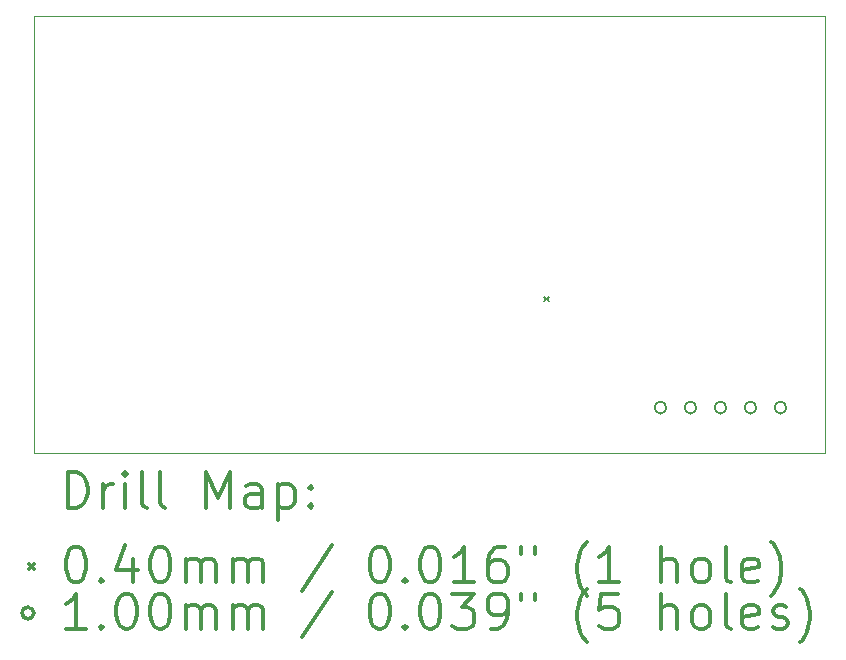
<source format=gbr>
%FSLAX45Y45*%
G04 Gerber Fmt 4.5, Leading zero omitted, Abs format (unit mm)*
G04 Created by KiCad (PCBNEW (5.1.5-0)) date 2022-06-07 15:44:30*
%MOMM*%
%LPD*%
G04 APERTURE LIST*
%TA.AperFunction,Profile*%
%ADD10C,0.050000*%
%TD*%
%ADD11C,0.200000*%
%ADD12C,0.300000*%
G04 APERTURE END LIST*
D10*
X7000000Y-10500000D02*
X7000000Y-6800000D01*
X13700000Y-10500000D02*
X7000000Y-10500000D01*
X13700000Y-6800000D02*
X13700000Y-10500000D01*
X7000000Y-6800000D02*
X13700000Y-6800000D01*
D11*
X11320000Y-9180000D02*
X11360000Y-9220000D01*
X11360000Y-9180000D02*
X11320000Y-9220000D01*
X12354000Y-10120000D02*
G75*
G03X12354000Y-10120000I-50000J0D01*
G01*
X12608000Y-10120000D02*
G75*
G03X12608000Y-10120000I-50000J0D01*
G01*
X12862000Y-10120000D02*
G75*
G03X12862000Y-10120000I-50000J0D01*
G01*
X13116000Y-10120000D02*
G75*
G03X13116000Y-10120000I-50000J0D01*
G01*
X13370000Y-10120000D02*
G75*
G03X13370000Y-10120000I-50000J0D01*
G01*
D12*
X7283928Y-10968214D02*
X7283928Y-10668214D01*
X7355357Y-10668214D01*
X7398214Y-10682500D01*
X7426786Y-10711072D01*
X7441071Y-10739643D01*
X7455357Y-10796786D01*
X7455357Y-10839643D01*
X7441071Y-10896786D01*
X7426786Y-10925357D01*
X7398214Y-10953929D01*
X7355357Y-10968214D01*
X7283928Y-10968214D01*
X7583928Y-10968214D02*
X7583928Y-10768214D01*
X7583928Y-10825357D02*
X7598214Y-10796786D01*
X7612500Y-10782500D01*
X7641071Y-10768214D01*
X7669643Y-10768214D01*
X7769643Y-10968214D02*
X7769643Y-10768214D01*
X7769643Y-10668214D02*
X7755357Y-10682500D01*
X7769643Y-10696786D01*
X7783928Y-10682500D01*
X7769643Y-10668214D01*
X7769643Y-10696786D01*
X7955357Y-10968214D02*
X7926786Y-10953929D01*
X7912500Y-10925357D01*
X7912500Y-10668214D01*
X8112500Y-10968214D02*
X8083928Y-10953929D01*
X8069643Y-10925357D01*
X8069643Y-10668214D01*
X8455357Y-10968214D02*
X8455357Y-10668214D01*
X8555357Y-10882500D01*
X8655357Y-10668214D01*
X8655357Y-10968214D01*
X8926786Y-10968214D02*
X8926786Y-10811072D01*
X8912500Y-10782500D01*
X8883928Y-10768214D01*
X8826786Y-10768214D01*
X8798214Y-10782500D01*
X8926786Y-10953929D02*
X8898214Y-10968214D01*
X8826786Y-10968214D01*
X8798214Y-10953929D01*
X8783928Y-10925357D01*
X8783928Y-10896786D01*
X8798214Y-10868214D01*
X8826786Y-10853929D01*
X8898214Y-10853929D01*
X8926786Y-10839643D01*
X9069643Y-10768214D02*
X9069643Y-11068214D01*
X9069643Y-10782500D02*
X9098214Y-10768214D01*
X9155357Y-10768214D01*
X9183928Y-10782500D01*
X9198214Y-10796786D01*
X9212500Y-10825357D01*
X9212500Y-10911072D01*
X9198214Y-10939643D01*
X9183928Y-10953929D01*
X9155357Y-10968214D01*
X9098214Y-10968214D01*
X9069643Y-10953929D01*
X9341071Y-10939643D02*
X9355357Y-10953929D01*
X9341071Y-10968214D01*
X9326786Y-10953929D01*
X9341071Y-10939643D01*
X9341071Y-10968214D01*
X9341071Y-10782500D02*
X9355357Y-10796786D01*
X9341071Y-10811072D01*
X9326786Y-10796786D01*
X9341071Y-10782500D01*
X9341071Y-10811072D01*
X6957500Y-11442500D02*
X6997500Y-11482500D01*
X6997500Y-11442500D02*
X6957500Y-11482500D01*
X7341071Y-11298214D02*
X7369643Y-11298214D01*
X7398214Y-11312500D01*
X7412500Y-11326786D01*
X7426786Y-11355357D01*
X7441071Y-11412500D01*
X7441071Y-11483929D01*
X7426786Y-11541071D01*
X7412500Y-11569643D01*
X7398214Y-11583929D01*
X7369643Y-11598214D01*
X7341071Y-11598214D01*
X7312500Y-11583929D01*
X7298214Y-11569643D01*
X7283928Y-11541071D01*
X7269643Y-11483929D01*
X7269643Y-11412500D01*
X7283928Y-11355357D01*
X7298214Y-11326786D01*
X7312500Y-11312500D01*
X7341071Y-11298214D01*
X7569643Y-11569643D02*
X7583928Y-11583929D01*
X7569643Y-11598214D01*
X7555357Y-11583929D01*
X7569643Y-11569643D01*
X7569643Y-11598214D01*
X7841071Y-11398214D02*
X7841071Y-11598214D01*
X7769643Y-11283929D02*
X7698214Y-11498214D01*
X7883928Y-11498214D01*
X8055357Y-11298214D02*
X8083928Y-11298214D01*
X8112500Y-11312500D01*
X8126786Y-11326786D01*
X8141071Y-11355357D01*
X8155357Y-11412500D01*
X8155357Y-11483929D01*
X8141071Y-11541071D01*
X8126786Y-11569643D01*
X8112500Y-11583929D01*
X8083928Y-11598214D01*
X8055357Y-11598214D01*
X8026786Y-11583929D01*
X8012500Y-11569643D01*
X7998214Y-11541071D01*
X7983928Y-11483929D01*
X7983928Y-11412500D01*
X7998214Y-11355357D01*
X8012500Y-11326786D01*
X8026786Y-11312500D01*
X8055357Y-11298214D01*
X8283928Y-11598214D02*
X8283928Y-11398214D01*
X8283928Y-11426786D02*
X8298214Y-11412500D01*
X8326786Y-11398214D01*
X8369643Y-11398214D01*
X8398214Y-11412500D01*
X8412500Y-11441071D01*
X8412500Y-11598214D01*
X8412500Y-11441071D02*
X8426786Y-11412500D01*
X8455357Y-11398214D01*
X8498214Y-11398214D01*
X8526786Y-11412500D01*
X8541071Y-11441071D01*
X8541071Y-11598214D01*
X8683928Y-11598214D02*
X8683928Y-11398214D01*
X8683928Y-11426786D02*
X8698214Y-11412500D01*
X8726786Y-11398214D01*
X8769643Y-11398214D01*
X8798214Y-11412500D01*
X8812500Y-11441071D01*
X8812500Y-11598214D01*
X8812500Y-11441071D02*
X8826786Y-11412500D01*
X8855357Y-11398214D01*
X8898214Y-11398214D01*
X8926786Y-11412500D01*
X8941071Y-11441071D01*
X8941071Y-11598214D01*
X9526786Y-11283929D02*
X9269643Y-11669643D01*
X9912500Y-11298214D02*
X9941071Y-11298214D01*
X9969643Y-11312500D01*
X9983928Y-11326786D01*
X9998214Y-11355357D01*
X10012500Y-11412500D01*
X10012500Y-11483929D01*
X9998214Y-11541071D01*
X9983928Y-11569643D01*
X9969643Y-11583929D01*
X9941071Y-11598214D01*
X9912500Y-11598214D01*
X9883928Y-11583929D01*
X9869643Y-11569643D01*
X9855357Y-11541071D01*
X9841071Y-11483929D01*
X9841071Y-11412500D01*
X9855357Y-11355357D01*
X9869643Y-11326786D01*
X9883928Y-11312500D01*
X9912500Y-11298214D01*
X10141071Y-11569643D02*
X10155357Y-11583929D01*
X10141071Y-11598214D01*
X10126786Y-11583929D01*
X10141071Y-11569643D01*
X10141071Y-11598214D01*
X10341071Y-11298214D02*
X10369643Y-11298214D01*
X10398214Y-11312500D01*
X10412500Y-11326786D01*
X10426786Y-11355357D01*
X10441071Y-11412500D01*
X10441071Y-11483929D01*
X10426786Y-11541071D01*
X10412500Y-11569643D01*
X10398214Y-11583929D01*
X10369643Y-11598214D01*
X10341071Y-11598214D01*
X10312500Y-11583929D01*
X10298214Y-11569643D01*
X10283928Y-11541071D01*
X10269643Y-11483929D01*
X10269643Y-11412500D01*
X10283928Y-11355357D01*
X10298214Y-11326786D01*
X10312500Y-11312500D01*
X10341071Y-11298214D01*
X10726786Y-11598214D02*
X10555357Y-11598214D01*
X10641071Y-11598214D02*
X10641071Y-11298214D01*
X10612500Y-11341071D01*
X10583928Y-11369643D01*
X10555357Y-11383929D01*
X10983928Y-11298214D02*
X10926786Y-11298214D01*
X10898214Y-11312500D01*
X10883928Y-11326786D01*
X10855357Y-11369643D01*
X10841071Y-11426786D01*
X10841071Y-11541071D01*
X10855357Y-11569643D01*
X10869643Y-11583929D01*
X10898214Y-11598214D01*
X10955357Y-11598214D01*
X10983928Y-11583929D01*
X10998214Y-11569643D01*
X11012500Y-11541071D01*
X11012500Y-11469643D01*
X10998214Y-11441071D01*
X10983928Y-11426786D01*
X10955357Y-11412500D01*
X10898214Y-11412500D01*
X10869643Y-11426786D01*
X10855357Y-11441071D01*
X10841071Y-11469643D01*
X11126786Y-11298214D02*
X11126786Y-11355357D01*
X11241071Y-11298214D02*
X11241071Y-11355357D01*
X11683928Y-11712500D02*
X11669643Y-11698214D01*
X11641071Y-11655357D01*
X11626786Y-11626786D01*
X11612500Y-11583929D01*
X11598214Y-11512500D01*
X11598214Y-11455357D01*
X11612500Y-11383929D01*
X11626786Y-11341071D01*
X11641071Y-11312500D01*
X11669643Y-11269643D01*
X11683928Y-11255357D01*
X11955357Y-11598214D02*
X11783928Y-11598214D01*
X11869643Y-11598214D02*
X11869643Y-11298214D01*
X11841071Y-11341071D01*
X11812500Y-11369643D01*
X11783928Y-11383929D01*
X12312500Y-11598214D02*
X12312500Y-11298214D01*
X12441071Y-11598214D02*
X12441071Y-11441071D01*
X12426786Y-11412500D01*
X12398214Y-11398214D01*
X12355357Y-11398214D01*
X12326786Y-11412500D01*
X12312500Y-11426786D01*
X12626786Y-11598214D02*
X12598214Y-11583929D01*
X12583928Y-11569643D01*
X12569643Y-11541071D01*
X12569643Y-11455357D01*
X12583928Y-11426786D01*
X12598214Y-11412500D01*
X12626786Y-11398214D01*
X12669643Y-11398214D01*
X12698214Y-11412500D01*
X12712500Y-11426786D01*
X12726786Y-11455357D01*
X12726786Y-11541071D01*
X12712500Y-11569643D01*
X12698214Y-11583929D01*
X12669643Y-11598214D01*
X12626786Y-11598214D01*
X12898214Y-11598214D02*
X12869643Y-11583929D01*
X12855357Y-11555357D01*
X12855357Y-11298214D01*
X13126786Y-11583929D02*
X13098214Y-11598214D01*
X13041071Y-11598214D01*
X13012500Y-11583929D01*
X12998214Y-11555357D01*
X12998214Y-11441071D01*
X13012500Y-11412500D01*
X13041071Y-11398214D01*
X13098214Y-11398214D01*
X13126786Y-11412500D01*
X13141071Y-11441071D01*
X13141071Y-11469643D01*
X12998214Y-11498214D01*
X13241071Y-11712500D02*
X13255357Y-11698214D01*
X13283928Y-11655357D01*
X13298214Y-11626786D01*
X13312500Y-11583929D01*
X13326786Y-11512500D01*
X13326786Y-11455357D01*
X13312500Y-11383929D01*
X13298214Y-11341071D01*
X13283928Y-11312500D01*
X13255357Y-11269643D01*
X13241071Y-11255357D01*
X6997500Y-11858500D02*
G75*
G03X6997500Y-11858500I-50000J0D01*
G01*
X7441071Y-11994214D02*
X7269643Y-11994214D01*
X7355357Y-11994214D02*
X7355357Y-11694214D01*
X7326786Y-11737071D01*
X7298214Y-11765643D01*
X7269643Y-11779929D01*
X7569643Y-11965643D02*
X7583928Y-11979929D01*
X7569643Y-11994214D01*
X7555357Y-11979929D01*
X7569643Y-11965643D01*
X7569643Y-11994214D01*
X7769643Y-11694214D02*
X7798214Y-11694214D01*
X7826786Y-11708500D01*
X7841071Y-11722786D01*
X7855357Y-11751357D01*
X7869643Y-11808500D01*
X7869643Y-11879929D01*
X7855357Y-11937071D01*
X7841071Y-11965643D01*
X7826786Y-11979929D01*
X7798214Y-11994214D01*
X7769643Y-11994214D01*
X7741071Y-11979929D01*
X7726786Y-11965643D01*
X7712500Y-11937071D01*
X7698214Y-11879929D01*
X7698214Y-11808500D01*
X7712500Y-11751357D01*
X7726786Y-11722786D01*
X7741071Y-11708500D01*
X7769643Y-11694214D01*
X8055357Y-11694214D02*
X8083928Y-11694214D01*
X8112500Y-11708500D01*
X8126786Y-11722786D01*
X8141071Y-11751357D01*
X8155357Y-11808500D01*
X8155357Y-11879929D01*
X8141071Y-11937071D01*
X8126786Y-11965643D01*
X8112500Y-11979929D01*
X8083928Y-11994214D01*
X8055357Y-11994214D01*
X8026786Y-11979929D01*
X8012500Y-11965643D01*
X7998214Y-11937071D01*
X7983928Y-11879929D01*
X7983928Y-11808500D01*
X7998214Y-11751357D01*
X8012500Y-11722786D01*
X8026786Y-11708500D01*
X8055357Y-11694214D01*
X8283928Y-11994214D02*
X8283928Y-11794214D01*
X8283928Y-11822786D02*
X8298214Y-11808500D01*
X8326786Y-11794214D01*
X8369643Y-11794214D01*
X8398214Y-11808500D01*
X8412500Y-11837071D01*
X8412500Y-11994214D01*
X8412500Y-11837071D02*
X8426786Y-11808500D01*
X8455357Y-11794214D01*
X8498214Y-11794214D01*
X8526786Y-11808500D01*
X8541071Y-11837071D01*
X8541071Y-11994214D01*
X8683928Y-11994214D02*
X8683928Y-11794214D01*
X8683928Y-11822786D02*
X8698214Y-11808500D01*
X8726786Y-11794214D01*
X8769643Y-11794214D01*
X8798214Y-11808500D01*
X8812500Y-11837071D01*
X8812500Y-11994214D01*
X8812500Y-11837071D02*
X8826786Y-11808500D01*
X8855357Y-11794214D01*
X8898214Y-11794214D01*
X8926786Y-11808500D01*
X8941071Y-11837071D01*
X8941071Y-11994214D01*
X9526786Y-11679929D02*
X9269643Y-12065643D01*
X9912500Y-11694214D02*
X9941071Y-11694214D01*
X9969643Y-11708500D01*
X9983928Y-11722786D01*
X9998214Y-11751357D01*
X10012500Y-11808500D01*
X10012500Y-11879929D01*
X9998214Y-11937071D01*
X9983928Y-11965643D01*
X9969643Y-11979929D01*
X9941071Y-11994214D01*
X9912500Y-11994214D01*
X9883928Y-11979929D01*
X9869643Y-11965643D01*
X9855357Y-11937071D01*
X9841071Y-11879929D01*
X9841071Y-11808500D01*
X9855357Y-11751357D01*
X9869643Y-11722786D01*
X9883928Y-11708500D01*
X9912500Y-11694214D01*
X10141071Y-11965643D02*
X10155357Y-11979929D01*
X10141071Y-11994214D01*
X10126786Y-11979929D01*
X10141071Y-11965643D01*
X10141071Y-11994214D01*
X10341071Y-11694214D02*
X10369643Y-11694214D01*
X10398214Y-11708500D01*
X10412500Y-11722786D01*
X10426786Y-11751357D01*
X10441071Y-11808500D01*
X10441071Y-11879929D01*
X10426786Y-11937071D01*
X10412500Y-11965643D01*
X10398214Y-11979929D01*
X10369643Y-11994214D01*
X10341071Y-11994214D01*
X10312500Y-11979929D01*
X10298214Y-11965643D01*
X10283928Y-11937071D01*
X10269643Y-11879929D01*
X10269643Y-11808500D01*
X10283928Y-11751357D01*
X10298214Y-11722786D01*
X10312500Y-11708500D01*
X10341071Y-11694214D01*
X10541071Y-11694214D02*
X10726786Y-11694214D01*
X10626786Y-11808500D01*
X10669643Y-11808500D01*
X10698214Y-11822786D01*
X10712500Y-11837071D01*
X10726786Y-11865643D01*
X10726786Y-11937071D01*
X10712500Y-11965643D01*
X10698214Y-11979929D01*
X10669643Y-11994214D01*
X10583928Y-11994214D01*
X10555357Y-11979929D01*
X10541071Y-11965643D01*
X10869643Y-11994214D02*
X10926786Y-11994214D01*
X10955357Y-11979929D01*
X10969643Y-11965643D01*
X10998214Y-11922786D01*
X11012500Y-11865643D01*
X11012500Y-11751357D01*
X10998214Y-11722786D01*
X10983928Y-11708500D01*
X10955357Y-11694214D01*
X10898214Y-11694214D01*
X10869643Y-11708500D01*
X10855357Y-11722786D01*
X10841071Y-11751357D01*
X10841071Y-11822786D01*
X10855357Y-11851357D01*
X10869643Y-11865643D01*
X10898214Y-11879929D01*
X10955357Y-11879929D01*
X10983928Y-11865643D01*
X10998214Y-11851357D01*
X11012500Y-11822786D01*
X11126786Y-11694214D02*
X11126786Y-11751357D01*
X11241071Y-11694214D02*
X11241071Y-11751357D01*
X11683928Y-12108500D02*
X11669643Y-12094214D01*
X11641071Y-12051357D01*
X11626786Y-12022786D01*
X11612500Y-11979929D01*
X11598214Y-11908500D01*
X11598214Y-11851357D01*
X11612500Y-11779929D01*
X11626786Y-11737071D01*
X11641071Y-11708500D01*
X11669643Y-11665643D01*
X11683928Y-11651357D01*
X11941071Y-11694214D02*
X11798214Y-11694214D01*
X11783928Y-11837071D01*
X11798214Y-11822786D01*
X11826786Y-11808500D01*
X11898214Y-11808500D01*
X11926786Y-11822786D01*
X11941071Y-11837071D01*
X11955357Y-11865643D01*
X11955357Y-11937071D01*
X11941071Y-11965643D01*
X11926786Y-11979929D01*
X11898214Y-11994214D01*
X11826786Y-11994214D01*
X11798214Y-11979929D01*
X11783928Y-11965643D01*
X12312500Y-11994214D02*
X12312500Y-11694214D01*
X12441071Y-11994214D02*
X12441071Y-11837071D01*
X12426786Y-11808500D01*
X12398214Y-11794214D01*
X12355357Y-11794214D01*
X12326786Y-11808500D01*
X12312500Y-11822786D01*
X12626786Y-11994214D02*
X12598214Y-11979929D01*
X12583928Y-11965643D01*
X12569643Y-11937071D01*
X12569643Y-11851357D01*
X12583928Y-11822786D01*
X12598214Y-11808500D01*
X12626786Y-11794214D01*
X12669643Y-11794214D01*
X12698214Y-11808500D01*
X12712500Y-11822786D01*
X12726786Y-11851357D01*
X12726786Y-11937071D01*
X12712500Y-11965643D01*
X12698214Y-11979929D01*
X12669643Y-11994214D01*
X12626786Y-11994214D01*
X12898214Y-11994214D02*
X12869643Y-11979929D01*
X12855357Y-11951357D01*
X12855357Y-11694214D01*
X13126786Y-11979929D02*
X13098214Y-11994214D01*
X13041071Y-11994214D01*
X13012500Y-11979929D01*
X12998214Y-11951357D01*
X12998214Y-11837071D01*
X13012500Y-11808500D01*
X13041071Y-11794214D01*
X13098214Y-11794214D01*
X13126786Y-11808500D01*
X13141071Y-11837071D01*
X13141071Y-11865643D01*
X12998214Y-11894214D01*
X13255357Y-11979929D02*
X13283928Y-11994214D01*
X13341071Y-11994214D01*
X13369643Y-11979929D01*
X13383928Y-11951357D01*
X13383928Y-11937071D01*
X13369643Y-11908500D01*
X13341071Y-11894214D01*
X13298214Y-11894214D01*
X13269643Y-11879929D01*
X13255357Y-11851357D01*
X13255357Y-11837071D01*
X13269643Y-11808500D01*
X13298214Y-11794214D01*
X13341071Y-11794214D01*
X13369643Y-11808500D01*
X13483928Y-12108500D02*
X13498214Y-12094214D01*
X13526786Y-12051357D01*
X13541071Y-12022786D01*
X13555357Y-11979929D01*
X13569643Y-11908500D01*
X13569643Y-11851357D01*
X13555357Y-11779929D01*
X13541071Y-11737071D01*
X13526786Y-11708500D01*
X13498214Y-11665643D01*
X13483928Y-11651357D01*
M02*

</source>
